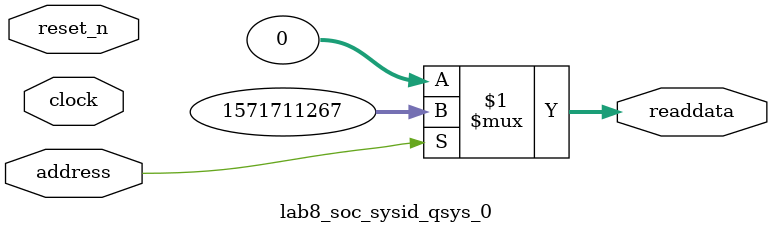
<source format=v>



// synthesis translate_off
`timescale 1ns / 1ps
// synthesis translate_on

// turn off superfluous verilog processor warnings 
// altera message_level Level1 
// altera message_off 10034 10035 10036 10037 10230 10240 10030 

module lab8_soc_sysid_qsys_0 (
               // inputs:
                address,
                clock,
                reset_n,

               // outputs:
                readdata
             )
;

  output  [ 31: 0] readdata;
  input            address;
  input            clock;
  input            reset_n;

  wire    [ 31: 0] readdata;
  //control_slave, which is an e_avalon_slave
  assign readdata = address ? 1571711267 : 0;

endmodule



</source>
